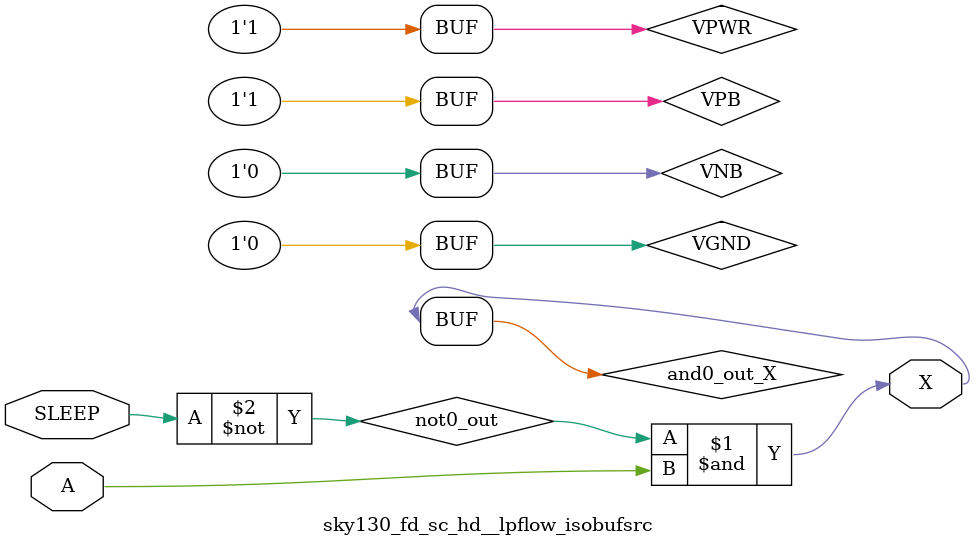
<source format=v>
/*
 * Copyright 2020 The SkyWater PDK Authors
 *
 * Licensed under the Apache License, Version 2.0 (the "License");
 * you may not use this file except in compliance with the License.
 * You may obtain a copy of the License at
 *
 *     https://www.apache.org/licenses/LICENSE-2.0
 *
 * Unless required by applicable law or agreed to in writing, software
 * distributed under the License is distributed on an "AS IS" BASIS,
 * WITHOUT WARRANTIES OR CONDITIONS OF ANY KIND, either express or implied.
 * See the License for the specific language governing permissions and
 * limitations under the License.
 *
 * SPDX-License-Identifier: Apache-2.0
*/


`ifndef SKY130_FD_SC_HD__LPFLOW_ISOBUFSRC_TIMING_V
`define SKY130_FD_SC_HD__LPFLOW_ISOBUFSRC_TIMING_V

/**
 * lpflow_isobufsrc: Input isolation, noninverted sleep.
 *
 *                   X = (!A | SLEEP)
 *
 * Verilog simulation timing model.
 */

`timescale 1ns / 1ps
`default_nettype none

`celldefine
module sky130_fd_sc_hd__lpflow_isobufsrc (
    X    ,
    SLEEP,
    A
);

    // Module ports
    output X    ;
    input  SLEEP;
    input  A    ;

    // Module supplies
    supply1 VPWR;
    supply0 VGND;
    supply1 VPB ;
    supply0 VNB ;

    // Local signals
    wire not0_out  ;
    wire and0_out_X;

    //  Name  Output      Other arguments
    not not0 (not0_out  , SLEEP          );
    and and0 (and0_out_X, not0_out, A    );
    buf buf0 (X         , and0_out_X     );

endmodule
`endcelldefine

`default_nettype wire
`endif  // SKY130_FD_SC_HD__LPFLOW_ISOBUFSRC_TIMING_V

</source>
